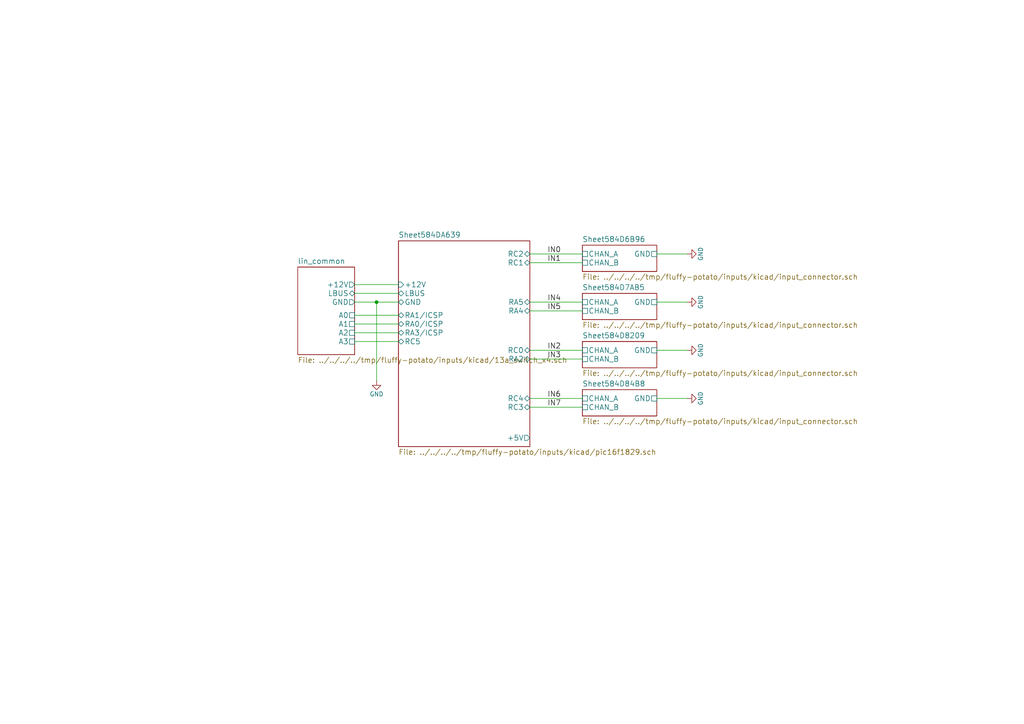
<source format=kicad_sch>
(kicad_sch (version 20230121) (generator eeschema)
  (paper "A4")
  (lib_symbols
    (symbol "inputs-rescue:GND" (power) (pin_names (offset 0))
      (property "Value" "GND" (at 0 -3.81 0))
      (symbol "GND_0_1"
        (polyline (pts (xy 0 0) (xy 0 -1.27) (xy 1.27 -1.27) (xy 0 -2.54) (xy -1.27 -1.27) (xy 0 -1.27)))
      )
      (symbol "GND_1_1"
        (pin power_in line (at 0 0 270) (length 0) hide (name "GND") (number "1"))
      )
    )
  )
  (junction (at 109.22 87.63))
  (wire (pts (xy 115.57 93.98) (xy 102.87 93.98)))
  (wire (pts (xy 168.91 104.14) (xy 153.67 104.14)))
  (wire (pts (xy 168.91 87.63) (xy 153.67 87.63)))
  (wire (pts (xy 190.5 73.66) (xy 199.39 73.66)))
  (wire (pts (xy 153.67 76.2) (xy 168.91 76.2)))
  (wire (pts (xy 190.5 87.63) (xy 199.39 87.63)))
  (wire (pts (xy 190.5 115.57) (xy 199.39 115.57)))
  (wire (pts (xy 153.67 101.6) (xy 168.91 101.6)))
  (wire (pts (xy 102.87 96.52) (xy 115.57 96.52)))
  (wire (pts (xy 102.87 85.09) (xy 115.57 85.09)))
  (wire (pts (xy 109.22 110.49) (xy 109.22 87.63)))
  (wire (pts (xy 190.5 101.6) (xy 199.39 101.6)))
  (wire (pts (xy 115.57 99.06) (xy 102.87 99.06)))
  (wire (pts (xy 102.87 87.63) (xy 109.22 87.63)))
  (wire (pts (xy 102.87 91.44) (xy 115.57 91.44)))
  (wire (pts (xy 168.91 73.66) (xy 153.67 73.66)))
  (wire (pts (xy 153.67 115.57) (xy 168.91 115.57)))
  (wire (pts (xy 168.91 118.11) (xy 153.67 118.11)))
  (wire (pts (xy 102.87 82.55) (xy 115.57 82.55)))
  (wire (pts (xy 153.67 90.17) (xy 168.91 90.17)))
  (wire (pts (xy 109.22 87.63) (xy 115.57 87.63)))
  (label "IN6" (at 158.75 115.57 0) (effects (font (size 1.524 1.524))))
  (label "IN7" (at 158.75 118.11 0) (effects (font (size 1.524 1.524))))
  (label "IN4" (at 158.75 87.63 0) (effects (font (size 1.524 1.524))))
  (label "IN3" (at 158.75 104.14 0) (effects (font (size 1.524 1.524))))
  (label "IN0" (at 158.75 73.66 0) (effects (font (size 1.524 1.524))))
  (label "IN5" (at 158.75 90.17 0) (effects (font (size 1.524 1.524))))
  (label "IN2" (at 158.75 101.6 0) (effects (font (size 1.524 1.524))))
  (label "IN1" (at 158.75 76.2 0) (effects (font (size 1.524 1.524))))
  (symbol (lib_id "inputs-rescue:GND") (at 199.39 73.66 90) (unit 1)
    (property "Reference" "#PWR01" (effects hide))
    (property "Value" "GND" (at 203.2 73.66 0))
  )
  (symbol (lib_id "inputs-rescue:GND") (at 199.39 87.63 90) (unit 1)
    (property "Reference" "#PWR02" (effects hide))
    (property "Value" "GND" (at 203.2 87.63 0))
  )
  (symbol (lib_id "inputs-rescue:GND") (at 199.39 101.6 90) (unit 1)
    (property "Reference" "#PWR03" (effects hide))
    (property "Value" "GND" (at 203.2 101.6 0))
  )
  (symbol (lib_id "inputs-rescue:GND") (at 199.39 115.57 90) (unit 1)
    (property "Reference" "#PWR04" (effects hide))
    (property "Value" "GND" (at 203.2 115.57 0))
  )
  (symbol (lib_id "inputs-rescue:GND") (at 109.22 110.49 0) (unit 1)
    (property "Reference" "#PWR05" (effects hide))
    (property "Value" "GND" (at 109.22 114.3 0))
  )
  (sheet (at 86.36 77.47) (size 16.51 25.4)
    (property "Sheetname" "lin_common" (at 86.36 76.6314 0) (effects (font (size 1.524 1.524)) (justify left bottom)))
    (property "Sheetfile" "../../../../tmp/fluffy-potato/inputs/kicad/13a_switch_x4.sch" (at 86.36 103.5562 0) (effects (font (size 1.524 1.524)) (justify left top)))
    (pin "+12V" output (at 102.87 82.55 0) (effects (font (size 1.524 1.524))))
    (pin "LBUS" bidirectional (at 102.87 85.09 0) (effects (font (size 1.524 1.524))))
    (pin "GND" output (at 102.87 87.63 0) (effects (font (size 1.524 1.524))))
    (pin "A0" passive (at 102.87 91.44 0) (effects (font (size 1.524 1.524))))
    (pin "A1" passive (at 102.87 93.98 0) (effects (font (size 1.524 1.524))))
    (pin "A2" passive (at 102.87 96.52 0) (effects (font (size 1.524 1.524))))
    (pin "A3" passive (at 102.87 99.06 0) (effects (font (size 1.524 1.524))))
  )
  (sheet (at 168.91 71.12) (size 21.59 7.62)
    (property "Sheetname" "Sheet584D6B96" (at 168.91 70.2814 0) (effects (font (size 1.524 1.524)) (justify left bottom)))
    (property "Sheetfile" "../../../../tmp/fluffy-potato/inputs/kicad/input_connector.sch" (at 168.91 79.4262 0) (effects (font (size 1.524 1.524)) (justify left top)))
    (pin "CHAN_A" passive (at 168.91 73.66 180) (effects (font (size 1.524 1.524))))
    (pin "CHAN_B" passive (at 168.91 76.2 180) (effects (font (size 1.524 1.524))))
    (pin "GND" passive (at 190.5 73.66 0) (effects (font (size 1.524 1.524))))
  )
  (sheet (at 168.91 85.09) (size 21.59 7.62)
    (property "Sheetname" "Sheet584D7AB5" (at 168.91 84.2514 0) (effects (font (size 1.524 1.524)) (justify left bottom)))
    (property "Sheetfile" "../../../../tmp/fluffy-potato/inputs/kicad/input_connector.sch" (at 168.91 93.3962 0) (effects (font (size 1.524 1.524)) (justify left top)))
    (pin "CHAN_A" passive (at 168.91 87.63 180) (effects (font (size 1.524 1.524))))
    (pin "CHAN_B" passive (at 168.91 90.17 180) (effects (font (size 1.524 1.524))))
    (pin "GND" passive (at 190.5 87.63 0) (effects (font (size 1.524 1.524))))
  )
  (sheet (at 168.91 99.06) (size 21.59 7.62)
    (property "Sheetname" "Sheet584D8209" (at 168.91 98.2214 0) (effects (font (size 1.524 1.524)) (justify left bottom)))
    (property "Sheetfile" "../../../../tmp/fluffy-potato/inputs/kicad/input_connector.sch" (at 168.91 107.3662 0) (effects (font (size 1.524 1.524)) (justify left top)))
    (pin "CHAN_A" passive (at 168.91 101.6 180) (effects (font (size 1.524 1.524))))
    (pin "CHAN_B" passive (at 168.91 104.14 180) (effects (font (size 1.524 1.524))))
    (pin "GND" passive (at 190.5 101.6 0) (effects (font (size 1.524 1.524))))
  )
  (sheet (at 168.91 113.03) (size 21.59 7.62)
    (property "Sheetname" "Sheet584D84B8" (at 168.91 112.1914 0) (effects (font (size 1.524 1.524)) (justify left bottom)))
    (property "Sheetfile" "../../../../tmp/fluffy-potato/inputs/kicad/input_connector.sch" (at 168.91 121.3362 0) (effects (font (size 1.524 1.524)) (justify left top)))
    (pin "CHAN_A" passive (at 168.91 115.57 180) (effects (font (size 1.524 1.524))))
    (pin "CHAN_B" passive (at 168.91 118.11 180) (effects (font (size 1.524 1.524))))
    (pin "GND" passive (at 190.5 115.57 0) (effects (font (size 1.524 1.524))))
  )
  (sheet (at 115.57 69.85) (size 38.1 59.69)
    (property "Sheetname" "Sheet584DA639" (at 115.57 69.0114 0) (effects (font (size 1.524 1.524)) (justify left bottom)))
    (property "Sheetfile" "../../../../tmp/fluffy-potato/inputs/kicad/pic16f1829.sch" (at 115.57 130.2262 0) (effects (font (size 1.524 1.524)) (justify left top)))
    (pin "RA2" bidirectional (at 153.67 104.14 0) (effects (font (size 1.524 1.524))))
    (pin "RA4" bidirectional (at 153.67 90.17 0) (effects (font (size 1.524 1.524))))
    (pin "RA5" bidirectional (at 153.67 87.63 0) (effects (font (size 1.524 1.524))))
    (pin "RC0" bidirectional (at 153.67 101.6 0) (effects (font (size 1.524 1.524))))
    (pin "RC1" bidirectional (at 153.67 76.2 0) (effects (font (size 1.524 1.524))))
    (pin "RC2" bidirectional (at 153.67 73.66 0) (effects (font (size 1.524 1.524))))
    (pin "RC3" bidirectional (at 153.67 118.11 0) (effects (font (size 1.524 1.524))))
    (pin "RC4" bidirectional (at 153.67 115.57 0) (effects (font (size 1.524 1.524))))
    (pin "RC5" bidirectional (at 115.57 99.06 180) (effects (font (size 1.524 1.524))))
    (pin "RA0/ICSP" bidirectional (at 115.57 93.98 180) (effects (font (size 1.524 1.524))))
    (pin "RA1/ICSP" bidirectional (at 115.57 91.44 180) (effects (font (size 1.524 1.524))))
    (pin "RA3/ICSP" bidirectional (at 115.57 96.52 180) (effects (font (size 1.524 1.524))))
    (pin "LBUS" bidirectional (at 115.57 85.09 180) (effects (font (size 1.524 1.524))))
    (pin "+5V" output (at 153.67 127 0) (effects (font (size 1.524 1.524))))
    (pin "+12V" input (at 115.57 82.55 180) (effects (font (size 1.524 1.524))))
    (pin "GND" bidirectional (at 115.57 87.63 180) (effects (font (size 1.524 1.524))))
  )
)
</source>
